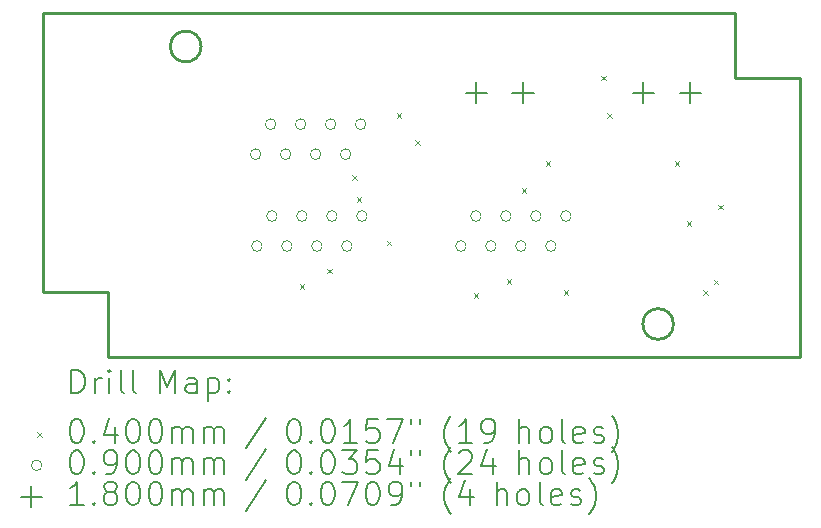
<source format=gbr>
%TF.GenerationSoftware,KiCad,Pcbnew,(7.0.0-0)*%
%TF.CreationDate,2023-02-23T13:53:00+03:00*%
%TF.ProjectId,KSS,4b53532e-6b69-4636-9164-5f7063625858,rev?*%
%TF.SameCoordinates,Original*%
%TF.FileFunction,Drillmap*%
%TF.FilePolarity,Positive*%
%FSLAX45Y45*%
G04 Gerber Fmt 4.5, Leading zero omitted, Abs format (unit mm)*
G04 Created by KiCad (PCBNEW (7.0.0-0)) date 2023-02-23 13:53:00*
%MOMM*%
%LPD*%
G01*
G04 APERTURE LIST*
%ADD10C,0.250000*%
%ADD11C,0.200000*%
%ADD12C,0.040000*%
%ADD13C,0.090000*%
%ADD14C,0.180000*%
G04 APERTURE END LIST*
D10*
X15726520Y-8155600D02*
X15176520Y-8155600D01*
X9316520Y-7605600D02*
X15176520Y-7605600D01*
X15176520Y-8155600D02*
X15176520Y-7605600D01*
X14651520Y-10235600D02*
G75*
G03*
X14651520Y-10235600I-130000J0D01*
G01*
X9866520Y-9965600D02*
X9866520Y-10515600D01*
X15726520Y-8155600D02*
X15726520Y-10515600D01*
X9316520Y-9965600D02*
X9316520Y-7605600D01*
X15726520Y-10515600D02*
X9866520Y-10515600D01*
X9316520Y-9965600D02*
X9866520Y-9965600D01*
X10651520Y-7885600D02*
G75*
G03*
X10651520Y-7885600I-130000J0D01*
G01*
D11*
D12*
X11486200Y-9898700D02*
X11526200Y-9938700D01*
X11526200Y-9898700D02*
X11486200Y-9938700D01*
X11720645Y-9765855D02*
X11760645Y-9805855D01*
X11760645Y-9765855D02*
X11720645Y-9805855D01*
X11931130Y-8972030D02*
X11971130Y-9012030D01*
X11971130Y-8972030D02*
X11931130Y-9012030D01*
X11968800Y-9162100D02*
X12008800Y-9202100D01*
X12008800Y-9162100D02*
X11968800Y-9202100D01*
X12222800Y-9530400D02*
X12262800Y-9570400D01*
X12262800Y-9530400D02*
X12222800Y-9570400D01*
X12307950Y-8450900D02*
X12347950Y-8490900D01*
X12347950Y-8450900D02*
X12307950Y-8490900D01*
X12464100Y-8679500D02*
X12504100Y-8719500D01*
X12504100Y-8679500D02*
X12464100Y-8719500D01*
X12959400Y-9974900D02*
X12999400Y-10014900D01*
X12999400Y-9974900D02*
X12959400Y-10014900D01*
X13238800Y-9856850D02*
X13278800Y-9896850D01*
X13278800Y-9856850D02*
X13238800Y-9896850D01*
X13365800Y-9085900D02*
X13405800Y-9125900D01*
X13405800Y-9085900D02*
X13365800Y-9125900D01*
X13569000Y-8857300D02*
X13609000Y-8897300D01*
X13609000Y-8857300D02*
X13569000Y-8897300D01*
X13721400Y-9949500D02*
X13761400Y-9989500D01*
X13761400Y-9949500D02*
X13721400Y-9989500D01*
X14038900Y-8133400D02*
X14078900Y-8173400D01*
X14078900Y-8133400D02*
X14038900Y-8173400D01*
X14089700Y-8450900D02*
X14129700Y-8490900D01*
X14129700Y-8450900D02*
X14089700Y-8490900D01*
X14661200Y-8857300D02*
X14701200Y-8897300D01*
X14701200Y-8857300D02*
X14661200Y-8897300D01*
X14762800Y-9365300D02*
X14802800Y-9405300D01*
X14802800Y-9365300D02*
X14762800Y-9405300D01*
X14902500Y-9949500D02*
X14942500Y-9989500D01*
X14942500Y-9949500D02*
X14902500Y-9989500D01*
X14991400Y-9860600D02*
X15031400Y-9900600D01*
X15031400Y-9860600D02*
X14991400Y-9900600D01*
X15029500Y-9225600D02*
X15069500Y-9265600D01*
X15069500Y-9225600D02*
X15029500Y-9265600D01*
D13*
X11158450Y-8797860D02*
G75*
G03*
X11158450Y-8797860I-45000J0D01*
G01*
X11169250Y-9575000D02*
G75*
G03*
X11169250Y-9575000I-45000J0D01*
G01*
X11285450Y-8543860D02*
G75*
G03*
X11285450Y-8543860I-45000J0D01*
G01*
X11296250Y-9321000D02*
G75*
G03*
X11296250Y-9321000I-45000J0D01*
G01*
X11412450Y-8797860D02*
G75*
G03*
X11412450Y-8797860I-45000J0D01*
G01*
X11423250Y-9575000D02*
G75*
G03*
X11423250Y-9575000I-45000J0D01*
G01*
X11539450Y-8543860D02*
G75*
G03*
X11539450Y-8543860I-45000J0D01*
G01*
X11550250Y-9321000D02*
G75*
G03*
X11550250Y-9321000I-45000J0D01*
G01*
X11666450Y-8797860D02*
G75*
G03*
X11666450Y-8797860I-45000J0D01*
G01*
X11677250Y-9575000D02*
G75*
G03*
X11677250Y-9575000I-45000J0D01*
G01*
X11793450Y-8543860D02*
G75*
G03*
X11793450Y-8543860I-45000J0D01*
G01*
X11804250Y-9321000D02*
G75*
G03*
X11804250Y-9321000I-45000J0D01*
G01*
X11920450Y-8797860D02*
G75*
G03*
X11920450Y-8797860I-45000J0D01*
G01*
X11931250Y-9575000D02*
G75*
G03*
X11931250Y-9575000I-45000J0D01*
G01*
X12047450Y-8543860D02*
G75*
G03*
X12047450Y-8543860I-45000J0D01*
G01*
X12058250Y-9321000D02*
G75*
G03*
X12058250Y-9321000I-45000J0D01*
G01*
X12896450Y-9575000D02*
G75*
G03*
X12896450Y-9575000I-45000J0D01*
G01*
X13023450Y-9321000D02*
G75*
G03*
X13023450Y-9321000I-45000J0D01*
G01*
X13150450Y-9575000D02*
G75*
G03*
X13150450Y-9575000I-45000J0D01*
G01*
X13277450Y-9321000D02*
G75*
G03*
X13277450Y-9321000I-45000J0D01*
G01*
X13404450Y-9575000D02*
G75*
G03*
X13404450Y-9575000I-45000J0D01*
G01*
X13531450Y-9321000D02*
G75*
G03*
X13531450Y-9321000I-45000J0D01*
G01*
X13658450Y-9575000D02*
G75*
G03*
X13658450Y-9575000I-45000J0D01*
G01*
X13785450Y-9321000D02*
G75*
G03*
X13785450Y-9321000I-45000J0D01*
G01*
D14*
X12982060Y-8187940D02*
X12982060Y-8367940D01*
X12892060Y-8277940D02*
X13072060Y-8277940D01*
X13378060Y-8187940D02*
X13378060Y-8367940D01*
X13288060Y-8277940D02*
X13468060Y-8277940D01*
X14396720Y-8185400D02*
X14396720Y-8365400D01*
X14306720Y-8275400D02*
X14486720Y-8275400D01*
X14792720Y-8185400D02*
X14792720Y-8365400D01*
X14702720Y-8275400D02*
X14882720Y-8275400D01*
D11*
X9551639Y-10821576D02*
X9551639Y-10621576D01*
X9551639Y-10621576D02*
X9599258Y-10621576D01*
X9599258Y-10621576D02*
X9627830Y-10631100D01*
X9627830Y-10631100D02*
X9646877Y-10650148D01*
X9646877Y-10650148D02*
X9656401Y-10669195D01*
X9656401Y-10669195D02*
X9665925Y-10707290D01*
X9665925Y-10707290D02*
X9665925Y-10735862D01*
X9665925Y-10735862D02*
X9656401Y-10773957D01*
X9656401Y-10773957D02*
X9646877Y-10793005D01*
X9646877Y-10793005D02*
X9627830Y-10812052D01*
X9627830Y-10812052D02*
X9599258Y-10821576D01*
X9599258Y-10821576D02*
X9551639Y-10821576D01*
X9751639Y-10821576D02*
X9751639Y-10688243D01*
X9751639Y-10726338D02*
X9761163Y-10707290D01*
X9761163Y-10707290D02*
X9770687Y-10697767D01*
X9770687Y-10697767D02*
X9789734Y-10688243D01*
X9789734Y-10688243D02*
X9808782Y-10688243D01*
X9875449Y-10821576D02*
X9875449Y-10688243D01*
X9875449Y-10621576D02*
X9865925Y-10631100D01*
X9865925Y-10631100D02*
X9875449Y-10640624D01*
X9875449Y-10640624D02*
X9884972Y-10631100D01*
X9884972Y-10631100D02*
X9875449Y-10621576D01*
X9875449Y-10621576D02*
X9875449Y-10640624D01*
X9999258Y-10821576D02*
X9980210Y-10812052D01*
X9980210Y-10812052D02*
X9970687Y-10793005D01*
X9970687Y-10793005D02*
X9970687Y-10621576D01*
X10104020Y-10821576D02*
X10084972Y-10812052D01*
X10084972Y-10812052D02*
X10075449Y-10793005D01*
X10075449Y-10793005D02*
X10075449Y-10621576D01*
X10300210Y-10821576D02*
X10300210Y-10621576D01*
X10300210Y-10621576D02*
X10366877Y-10764433D01*
X10366877Y-10764433D02*
X10433544Y-10621576D01*
X10433544Y-10621576D02*
X10433544Y-10821576D01*
X10614496Y-10821576D02*
X10614496Y-10716814D01*
X10614496Y-10716814D02*
X10604972Y-10697767D01*
X10604972Y-10697767D02*
X10585925Y-10688243D01*
X10585925Y-10688243D02*
X10547829Y-10688243D01*
X10547829Y-10688243D02*
X10528782Y-10697767D01*
X10614496Y-10812052D02*
X10595449Y-10821576D01*
X10595449Y-10821576D02*
X10547829Y-10821576D01*
X10547829Y-10821576D02*
X10528782Y-10812052D01*
X10528782Y-10812052D02*
X10519258Y-10793005D01*
X10519258Y-10793005D02*
X10519258Y-10773957D01*
X10519258Y-10773957D02*
X10528782Y-10754910D01*
X10528782Y-10754910D02*
X10547829Y-10745386D01*
X10547829Y-10745386D02*
X10595449Y-10745386D01*
X10595449Y-10745386D02*
X10614496Y-10735862D01*
X10709734Y-10688243D02*
X10709734Y-10888243D01*
X10709734Y-10697767D02*
X10728782Y-10688243D01*
X10728782Y-10688243D02*
X10766877Y-10688243D01*
X10766877Y-10688243D02*
X10785925Y-10697767D01*
X10785925Y-10697767D02*
X10795449Y-10707290D01*
X10795449Y-10707290D02*
X10804972Y-10726338D01*
X10804972Y-10726338D02*
X10804972Y-10783481D01*
X10804972Y-10783481D02*
X10795449Y-10802529D01*
X10795449Y-10802529D02*
X10785925Y-10812052D01*
X10785925Y-10812052D02*
X10766877Y-10821576D01*
X10766877Y-10821576D02*
X10728782Y-10821576D01*
X10728782Y-10821576D02*
X10709734Y-10812052D01*
X10890687Y-10802529D02*
X10900210Y-10812052D01*
X10900210Y-10812052D02*
X10890687Y-10821576D01*
X10890687Y-10821576D02*
X10881163Y-10812052D01*
X10881163Y-10812052D02*
X10890687Y-10802529D01*
X10890687Y-10802529D02*
X10890687Y-10821576D01*
X10890687Y-10697767D02*
X10900210Y-10707290D01*
X10900210Y-10707290D02*
X10890687Y-10716814D01*
X10890687Y-10716814D02*
X10881163Y-10707290D01*
X10881163Y-10707290D02*
X10890687Y-10697767D01*
X10890687Y-10697767D02*
X10890687Y-10716814D01*
D12*
X9264020Y-11148100D02*
X9304020Y-11188100D01*
X9304020Y-11148100D02*
X9264020Y-11188100D01*
D11*
X9589734Y-11041576D02*
X9608782Y-11041576D01*
X9608782Y-11041576D02*
X9627830Y-11051100D01*
X9627830Y-11051100D02*
X9637353Y-11060624D01*
X9637353Y-11060624D02*
X9646877Y-11079671D01*
X9646877Y-11079671D02*
X9656401Y-11117767D01*
X9656401Y-11117767D02*
X9656401Y-11165386D01*
X9656401Y-11165386D02*
X9646877Y-11203481D01*
X9646877Y-11203481D02*
X9637353Y-11222528D01*
X9637353Y-11222528D02*
X9627830Y-11232052D01*
X9627830Y-11232052D02*
X9608782Y-11241576D01*
X9608782Y-11241576D02*
X9589734Y-11241576D01*
X9589734Y-11241576D02*
X9570687Y-11232052D01*
X9570687Y-11232052D02*
X9561163Y-11222528D01*
X9561163Y-11222528D02*
X9551639Y-11203481D01*
X9551639Y-11203481D02*
X9542115Y-11165386D01*
X9542115Y-11165386D02*
X9542115Y-11117767D01*
X9542115Y-11117767D02*
X9551639Y-11079671D01*
X9551639Y-11079671D02*
X9561163Y-11060624D01*
X9561163Y-11060624D02*
X9570687Y-11051100D01*
X9570687Y-11051100D02*
X9589734Y-11041576D01*
X9742115Y-11222528D02*
X9751639Y-11232052D01*
X9751639Y-11232052D02*
X9742115Y-11241576D01*
X9742115Y-11241576D02*
X9732591Y-11232052D01*
X9732591Y-11232052D02*
X9742115Y-11222528D01*
X9742115Y-11222528D02*
X9742115Y-11241576D01*
X9923068Y-11108243D02*
X9923068Y-11241576D01*
X9875449Y-11032052D02*
X9827830Y-11174910D01*
X9827830Y-11174910D02*
X9951639Y-11174910D01*
X10065925Y-11041576D02*
X10084972Y-11041576D01*
X10084972Y-11041576D02*
X10104020Y-11051100D01*
X10104020Y-11051100D02*
X10113544Y-11060624D01*
X10113544Y-11060624D02*
X10123068Y-11079671D01*
X10123068Y-11079671D02*
X10132591Y-11117767D01*
X10132591Y-11117767D02*
X10132591Y-11165386D01*
X10132591Y-11165386D02*
X10123068Y-11203481D01*
X10123068Y-11203481D02*
X10113544Y-11222528D01*
X10113544Y-11222528D02*
X10104020Y-11232052D01*
X10104020Y-11232052D02*
X10084972Y-11241576D01*
X10084972Y-11241576D02*
X10065925Y-11241576D01*
X10065925Y-11241576D02*
X10046877Y-11232052D01*
X10046877Y-11232052D02*
X10037353Y-11222528D01*
X10037353Y-11222528D02*
X10027830Y-11203481D01*
X10027830Y-11203481D02*
X10018306Y-11165386D01*
X10018306Y-11165386D02*
X10018306Y-11117767D01*
X10018306Y-11117767D02*
X10027830Y-11079671D01*
X10027830Y-11079671D02*
X10037353Y-11060624D01*
X10037353Y-11060624D02*
X10046877Y-11051100D01*
X10046877Y-11051100D02*
X10065925Y-11041576D01*
X10256401Y-11041576D02*
X10275449Y-11041576D01*
X10275449Y-11041576D02*
X10294496Y-11051100D01*
X10294496Y-11051100D02*
X10304020Y-11060624D01*
X10304020Y-11060624D02*
X10313544Y-11079671D01*
X10313544Y-11079671D02*
X10323068Y-11117767D01*
X10323068Y-11117767D02*
X10323068Y-11165386D01*
X10323068Y-11165386D02*
X10313544Y-11203481D01*
X10313544Y-11203481D02*
X10304020Y-11222528D01*
X10304020Y-11222528D02*
X10294496Y-11232052D01*
X10294496Y-11232052D02*
X10275449Y-11241576D01*
X10275449Y-11241576D02*
X10256401Y-11241576D01*
X10256401Y-11241576D02*
X10237353Y-11232052D01*
X10237353Y-11232052D02*
X10227830Y-11222528D01*
X10227830Y-11222528D02*
X10218306Y-11203481D01*
X10218306Y-11203481D02*
X10208782Y-11165386D01*
X10208782Y-11165386D02*
X10208782Y-11117767D01*
X10208782Y-11117767D02*
X10218306Y-11079671D01*
X10218306Y-11079671D02*
X10227830Y-11060624D01*
X10227830Y-11060624D02*
X10237353Y-11051100D01*
X10237353Y-11051100D02*
X10256401Y-11041576D01*
X10408782Y-11241576D02*
X10408782Y-11108243D01*
X10408782Y-11127290D02*
X10418306Y-11117767D01*
X10418306Y-11117767D02*
X10437353Y-11108243D01*
X10437353Y-11108243D02*
X10465925Y-11108243D01*
X10465925Y-11108243D02*
X10484972Y-11117767D01*
X10484972Y-11117767D02*
X10494496Y-11136814D01*
X10494496Y-11136814D02*
X10494496Y-11241576D01*
X10494496Y-11136814D02*
X10504020Y-11117767D01*
X10504020Y-11117767D02*
X10523068Y-11108243D01*
X10523068Y-11108243D02*
X10551639Y-11108243D01*
X10551639Y-11108243D02*
X10570687Y-11117767D01*
X10570687Y-11117767D02*
X10580211Y-11136814D01*
X10580211Y-11136814D02*
X10580211Y-11241576D01*
X10675449Y-11241576D02*
X10675449Y-11108243D01*
X10675449Y-11127290D02*
X10684972Y-11117767D01*
X10684972Y-11117767D02*
X10704020Y-11108243D01*
X10704020Y-11108243D02*
X10732592Y-11108243D01*
X10732592Y-11108243D02*
X10751639Y-11117767D01*
X10751639Y-11117767D02*
X10761163Y-11136814D01*
X10761163Y-11136814D02*
X10761163Y-11241576D01*
X10761163Y-11136814D02*
X10770687Y-11117767D01*
X10770687Y-11117767D02*
X10789734Y-11108243D01*
X10789734Y-11108243D02*
X10818306Y-11108243D01*
X10818306Y-11108243D02*
X10837353Y-11117767D01*
X10837353Y-11117767D02*
X10846877Y-11136814D01*
X10846877Y-11136814D02*
X10846877Y-11241576D01*
X11204972Y-11032052D02*
X11033544Y-11289195D01*
X11429734Y-11041576D02*
X11448782Y-11041576D01*
X11448782Y-11041576D02*
X11467830Y-11051100D01*
X11467830Y-11051100D02*
X11477353Y-11060624D01*
X11477353Y-11060624D02*
X11486877Y-11079671D01*
X11486877Y-11079671D02*
X11496401Y-11117767D01*
X11496401Y-11117767D02*
X11496401Y-11165386D01*
X11496401Y-11165386D02*
X11486877Y-11203481D01*
X11486877Y-11203481D02*
X11477353Y-11222528D01*
X11477353Y-11222528D02*
X11467830Y-11232052D01*
X11467830Y-11232052D02*
X11448782Y-11241576D01*
X11448782Y-11241576D02*
X11429734Y-11241576D01*
X11429734Y-11241576D02*
X11410687Y-11232052D01*
X11410687Y-11232052D02*
X11401163Y-11222528D01*
X11401163Y-11222528D02*
X11391639Y-11203481D01*
X11391639Y-11203481D02*
X11382115Y-11165386D01*
X11382115Y-11165386D02*
X11382115Y-11117767D01*
X11382115Y-11117767D02*
X11391639Y-11079671D01*
X11391639Y-11079671D02*
X11401163Y-11060624D01*
X11401163Y-11060624D02*
X11410687Y-11051100D01*
X11410687Y-11051100D02*
X11429734Y-11041576D01*
X11582115Y-11222528D02*
X11591639Y-11232052D01*
X11591639Y-11232052D02*
X11582115Y-11241576D01*
X11582115Y-11241576D02*
X11572591Y-11232052D01*
X11572591Y-11232052D02*
X11582115Y-11222528D01*
X11582115Y-11222528D02*
X11582115Y-11241576D01*
X11715449Y-11041576D02*
X11734496Y-11041576D01*
X11734496Y-11041576D02*
X11753544Y-11051100D01*
X11753544Y-11051100D02*
X11763068Y-11060624D01*
X11763068Y-11060624D02*
X11772591Y-11079671D01*
X11772591Y-11079671D02*
X11782115Y-11117767D01*
X11782115Y-11117767D02*
X11782115Y-11165386D01*
X11782115Y-11165386D02*
X11772591Y-11203481D01*
X11772591Y-11203481D02*
X11763068Y-11222528D01*
X11763068Y-11222528D02*
X11753544Y-11232052D01*
X11753544Y-11232052D02*
X11734496Y-11241576D01*
X11734496Y-11241576D02*
X11715449Y-11241576D01*
X11715449Y-11241576D02*
X11696401Y-11232052D01*
X11696401Y-11232052D02*
X11686877Y-11222528D01*
X11686877Y-11222528D02*
X11677353Y-11203481D01*
X11677353Y-11203481D02*
X11667830Y-11165386D01*
X11667830Y-11165386D02*
X11667830Y-11117767D01*
X11667830Y-11117767D02*
X11677353Y-11079671D01*
X11677353Y-11079671D02*
X11686877Y-11060624D01*
X11686877Y-11060624D02*
X11696401Y-11051100D01*
X11696401Y-11051100D02*
X11715449Y-11041576D01*
X11972591Y-11241576D02*
X11858306Y-11241576D01*
X11915449Y-11241576D02*
X11915449Y-11041576D01*
X11915449Y-11041576D02*
X11896401Y-11070148D01*
X11896401Y-11070148D02*
X11877353Y-11089195D01*
X11877353Y-11089195D02*
X11858306Y-11098719D01*
X12153544Y-11041576D02*
X12058306Y-11041576D01*
X12058306Y-11041576D02*
X12048782Y-11136814D01*
X12048782Y-11136814D02*
X12058306Y-11127290D01*
X12058306Y-11127290D02*
X12077353Y-11117767D01*
X12077353Y-11117767D02*
X12124972Y-11117767D01*
X12124972Y-11117767D02*
X12144020Y-11127290D01*
X12144020Y-11127290D02*
X12153544Y-11136814D01*
X12153544Y-11136814D02*
X12163068Y-11155862D01*
X12163068Y-11155862D02*
X12163068Y-11203481D01*
X12163068Y-11203481D02*
X12153544Y-11222528D01*
X12153544Y-11222528D02*
X12144020Y-11232052D01*
X12144020Y-11232052D02*
X12124972Y-11241576D01*
X12124972Y-11241576D02*
X12077353Y-11241576D01*
X12077353Y-11241576D02*
X12058306Y-11232052D01*
X12058306Y-11232052D02*
X12048782Y-11222528D01*
X12229734Y-11041576D02*
X12363068Y-11041576D01*
X12363068Y-11041576D02*
X12277353Y-11241576D01*
X12429734Y-11041576D02*
X12429734Y-11079671D01*
X12505925Y-11041576D02*
X12505925Y-11079671D01*
X12768782Y-11317767D02*
X12759258Y-11308243D01*
X12759258Y-11308243D02*
X12740211Y-11279671D01*
X12740211Y-11279671D02*
X12730687Y-11260624D01*
X12730687Y-11260624D02*
X12721163Y-11232052D01*
X12721163Y-11232052D02*
X12711639Y-11184433D01*
X12711639Y-11184433D02*
X12711639Y-11146338D01*
X12711639Y-11146338D02*
X12721163Y-11098719D01*
X12721163Y-11098719D02*
X12730687Y-11070148D01*
X12730687Y-11070148D02*
X12740211Y-11051100D01*
X12740211Y-11051100D02*
X12759258Y-11022529D01*
X12759258Y-11022529D02*
X12768782Y-11013005D01*
X12949734Y-11241576D02*
X12835449Y-11241576D01*
X12892591Y-11241576D02*
X12892591Y-11041576D01*
X12892591Y-11041576D02*
X12873544Y-11070148D01*
X12873544Y-11070148D02*
X12854496Y-11089195D01*
X12854496Y-11089195D02*
X12835449Y-11098719D01*
X13044972Y-11241576D02*
X13083068Y-11241576D01*
X13083068Y-11241576D02*
X13102115Y-11232052D01*
X13102115Y-11232052D02*
X13111639Y-11222528D01*
X13111639Y-11222528D02*
X13130687Y-11193957D01*
X13130687Y-11193957D02*
X13140211Y-11155862D01*
X13140211Y-11155862D02*
X13140211Y-11079671D01*
X13140211Y-11079671D02*
X13130687Y-11060624D01*
X13130687Y-11060624D02*
X13121163Y-11051100D01*
X13121163Y-11051100D02*
X13102115Y-11041576D01*
X13102115Y-11041576D02*
X13064020Y-11041576D01*
X13064020Y-11041576D02*
X13044972Y-11051100D01*
X13044972Y-11051100D02*
X13035449Y-11060624D01*
X13035449Y-11060624D02*
X13025925Y-11079671D01*
X13025925Y-11079671D02*
X13025925Y-11127290D01*
X13025925Y-11127290D02*
X13035449Y-11146338D01*
X13035449Y-11146338D02*
X13044972Y-11155862D01*
X13044972Y-11155862D02*
X13064020Y-11165386D01*
X13064020Y-11165386D02*
X13102115Y-11165386D01*
X13102115Y-11165386D02*
X13121163Y-11155862D01*
X13121163Y-11155862D02*
X13130687Y-11146338D01*
X13130687Y-11146338D02*
X13140211Y-11127290D01*
X13345925Y-11241576D02*
X13345925Y-11041576D01*
X13431639Y-11241576D02*
X13431639Y-11136814D01*
X13431639Y-11136814D02*
X13422115Y-11117767D01*
X13422115Y-11117767D02*
X13403068Y-11108243D01*
X13403068Y-11108243D02*
X13374496Y-11108243D01*
X13374496Y-11108243D02*
X13355449Y-11117767D01*
X13355449Y-11117767D02*
X13345925Y-11127290D01*
X13555449Y-11241576D02*
X13536401Y-11232052D01*
X13536401Y-11232052D02*
X13526877Y-11222528D01*
X13526877Y-11222528D02*
X13517353Y-11203481D01*
X13517353Y-11203481D02*
X13517353Y-11146338D01*
X13517353Y-11146338D02*
X13526877Y-11127290D01*
X13526877Y-11127290D02*
X13536401Y-11117767D01*
X13536401Y-11117767D02*
X13555449Y-11108243D01*
X13555449Y-11108243D02*
X13584020Y-11108243D01*
X13584020Y-11108243D02*
X13603068Y-11117767D01*
X13603068Y-11117767D02*
X13612592Y-11127290D01*
X13612592Y-11127290D02*
X13622115Y-11146338D01*
X13622115Y-11146338D02*
X13622115Y-11203481D01*
X13622115Y-11203481D02*
X13612592Y-11222528D01*
X13612592Y-11222528D02*
X13603068Y-11232052D01*
X13603068Y-11232052D02*
X13584020Y-11241576D01*
X13584020Y-11241576D02*
X13555449Y-11241576D01*
X13736401Y-11241576D02*
X13717353Y-11232052D01*
X13717353Y-11232052D02*
X13707830Y-11213005D01*
X13707830Y-11213005D02*
X13707830Y-11041576D01*
X13888782Y-11232052D02*
X13869734Y-11241576D01*
X13869734Y-11241576D02*
X13831639Y-11241576D01*
X13831639Y-11241576D02*
X13812592Y-11232052D01*
X13812592Y-11232052D02*
X13803068Y-11213005D01*
X13803068Y-11213005D02*
X13803068Y-11136814D01*
X13803068Y-11136814D02*
X13812592Y-11117767D01*
X13812592Y-11117767D02*
X13831639Y-11108243D01*
X13831639Y-11108243D02*
X13869734Y-11108243D01*
X13869734Y-11108243D02*
X13888782Y-11117767D01*
X13888782Y-11117767D02*
X13898306Y-11136814D01*
X13898306Y-11136814D02*
X13898306Y-11155862D01*
X13898306Y-11155862D02*
X13803068Y-11174910D01*
X13974496Y-11232052D02*
X13993544Y-11241576D01*
X13993544Y-11241576D02*
X14031639Y-11241576D01*
X14031639Y-11241576D02*
X14050687Y-11232052D01*
X14050687Y-11232052D02*
X14060211Y-11213005D01*
X14060211Y-11213005D02*
X14060211Y-11203481D01*
X14060211Y-11203481D02*
X14050687Y-11184433D01*
X14050687Y-11184433D02*
X14031639Y-11174910D01*
X14031639Y-11174910D02*
X14003068Y-11174910D01*
X14003068Y-11174910D02*
X13984020Y-11165386D01*
X13984020Y-11165386D02*
X13974496Y-11146338D01*
X13974496Y-11146338D02*
X13974496Y-11136814D01*
X13974496Y-11136814D02*
X13984020Y-11117767D01*
X13984020Y-11117767D02*
X14003068Y-11108243D01*
X14003068Y-11108243D02*
X14031639Y-11108243D01*
X14031639Y-11108243D02*
X14050687Y-11117767D01*
X14126877Y-11317767D02*
X14136401Y-11308243D01*
X14136401Y-11308243D02*
X14155449Y-11279671D01*
X14155449Y-11279671D02*
X14164973Y-11260624D01*
X14164973Y-11260624D02*
X14174496Y-11232052D01*
X14174496Y-11232052D02*
X14184020Y-11184433D01*
X14184020Y-11184433D02*
X14184020Y-11146338D01*
X14184020Y-11146338D02*
X14174496Y-11098719D01*
X14174496Y-11098719D02*
X14164973Y-11070148D01*
X14164973Y-11070148D02*
X14155449Y-11051100D01*
X14155449Y-11051100D02*
X14136401Y-11022529D01*
X14136401Y-11022529D02*
X14126877Y-11013005D01*
D13*
X9304020Y-11432100D02*
G75*
G03*
X9304020Y-11432100I-45000J0D01*
G01*
D11*
X9589734Y-11305576D02*
X9608782Y-11305576D01*
X9608782Y-11305576D02*
X9627830Y-11315100D01*
X9627830Y-11315100D02*
X9637353Y-11324624D01*
X9637353Y-11324624D02*
X9646877Y-11343671D01*
X9646877Y-11343671D02*
X9656401Y-11381767D01*
X9656401Y-11381767D02*
X9656401Y-11429386D01*
X9656401Y-11429386D02*
X9646877Y-11467481D01*
X9646877Y-11467481D02*
X9637353Y-11486528D01*
X9637353Y-11486528D02*
X9627830Y-11496052D01*
X9627830Y-11496052D02*
X9608782Y-11505576D01*
X9608782Y-11505576D02*
X9589734Y-11505576D01*
X9589734Y-11505576D02*
X9570687Y-11496052D01*
X9570687Y-11496052D02*
X9561163Y-11486528D01*
X9561163Y-11486528D02*
X9551639Y-11467481D01*
X9551639Y-11467481D02*
X9542115Y-11429386D01*
X9542115Y-11429386D02*
X9542115Y-11381767D01*
X9542115Y-11381767D02*
X9551639Y-11343671D01*
X9551639Y-11343671D02*
X9561163Y-11324624D01*
X9561163Y-11324624D02*
X9570687Y-11315100D01*
X9570687Y-11315100D02*
X9589734Y-11305576D01*
X9742115Y-11486528D02*
X9751639Y-11496052D01*
X9751639Y-11496052D02*
X9742115Y-11505576D01*
X9742115Y-11505576D02*
X9732591Y-11496052D01*
X9732591Y-11496052D02*
X9742115Y-11486528D01*
X9742115Y-11486528D02*
X9742115Y-11505576D01*
X9846877Y-11505576D02*
X9884972Y-11505576D01*
X9884972Y-11505576D02*
X9904020Y-11496052D01*
X9904020Y-11496052D02*
X9913544Y-11486528D01*
X9913544Y-11486528D02*
X9932591Y-11457957D01*
X9932591Y-11457957D02*
X9942115Y-11419862D01*
X9942115Y-11419862D02*
X9942115Y-11343671D01*
X9942115Y-11343671D02*
X9932591Y-11324624D01*
X9932591Y-11324624D02*
X9923068Y-11315100D01*
X9923068Y-11315100D02*
X9904020Y-11305576D01*
X9904020Y-11305576D02*
X9865925Y-11305576D01*
X9865925Y-11305576D02*
X9846877Y-11315100D01*
X9846877Y-11315100D02*
X9837353Y-11324624D01*
X9837353Y-11324624D02*
X9827830Y-11343671D01*
X9827830Y-11343671D02*
X9827830Y-11391290D01*
X9827830Y-11391290D02*
X9837353Y-11410338D01*
X9837353Y-11410338D02*
X9846877Y-11419862D01*
X9846877Y-11419862D02*
X9865925Y-11429386D01*
X9865925Y-11429386D02*
X9904020Y-11429386D01*
X9904020Y-11429386D02*
X9923068Y-11419862D01*
X9923068Y-11419862D02*
X9932591Y-11410338D01*
X9932591Y-11410338D02*
X9942115Y-11391290D01*
X10065925Y-11305576D02*
X10084972Y-11305576D01*
X10084972Y-11305576D02*
X10104020Y-11315100D01*
X10104020Y-11315100D02*
X10113544Y-11324624D01*
X10113544Y-11324624D02*
X10123068Y-11343671D01*
X10123068Y-11343671D02*
X10132591Y-11381767D01*
X10132591Y-11381767D02*
X10132591Y-11429386D01*
X10132591Y-11429386D02*
X10123068Y-11467481D01*
X10123068Y-11467481D02*
X10113544Y-11486528D01*
X10113544Y-11486528D02*
X10104020Y-11496052D01*
X10104020Y-11496052D02*
X10084972Y-11505576D01*
X10084972Y-11505576D02*
X10065925Y-11505576D01*
X10065925Y-11505576D02*
X10046877Y-11496052D01*
X10046877Y-11496052D02*
X10037353Y-11486528D01*
X10037353Y-11486528D02*
X10027830Y-11467481D01*
X10027830Y-11467481D02*
X10018306Y-11429386D01*
X10018306Y-11429386D02*
X10018306Y-11381767D01*
X10018306Y-11381767D02*
X10027830Y-11343671D01*
X10027830Y-11343671D02*
X10037353Y-11324624D01*
X10037353Y-11324624D02*
X10046877Y-11315100D01*
X10046877Y-11315100D02*
X10065925Y-11305576D01*
X10256401Y-11305576D02*
X10275449Y-11305576D01*
X10275449Y-11305576D02*
X10294496Y-11315100D01*
X10294496Y-11315100D02*
X10304020Y-11324624D01*
X10304020Y-11324624D02*
X10313544Y-11343671D01*
X10313544Y-11343671D02*
X10323068Y-11381767D01*
X10323068Y-11381767D02*
X10323068Y-11429386D01*
X10323068Y-11429386D02*
X10313544Y-11467481D01*
X10313544Y-11467481D02*
X10304020Y-11486528D01*
X10304020Y-11486528D02*
X10294496Y-11496052D01*
X10294496Y-11496052D02*
X10275449Y-11505576D01*
X10275449Y-11505576D02*
X10256401Y-11505576D01*
X10256401Y-11505576D02*
X10237353Y-11496052D01*
X10237353Y-11496052D02*
X10227830Y-11486528D01*
X10227830Y-11486528D02*
X10218306Y-11467481D01*
X10218306Y-11467481D02*
X10208782Y-11429386D01*
X10208782Y-11429386D02*
X10208782Y-11381767D01*
X10208782Y-11381767D02*
X10218306Y-11343671D01*
X10218306Y-11343671D02*
X10227830Y-11324624D01*
X10227830Y-11324624D02*
X10237353Y-11315100D01*
X10237353Y-11315100D02*
X10256401Y-11305576D01*
X10408782Y-11505576D02*
X10408782Y-11372243D01*
X10408782Y-11391290D02*
X10418306Y-11381767D01*
X10418306Y-11381767D02*
X10437353Y-11372243D01*
X10437353Y-11372243D02*
X10465925Y-11372243D01*
X10465925Y-11372243D02*
X10484972Y-11381767D01*
X10484972Y-11381767D02*
X10494496Y-11400814D01*
X10494496Y-11400814D02*
X10494496Y-11505576D01*
X10494496Y-11400814D02*
X10504020Y-11381767D01*
X10504020Y-11381767D02*
X10523068Y-11372243D01*
X10523068Y-11372243D02*
X10551639Y-11372243D01*
X10551639Y-11372243D02*
X10570687Y-11381767D01*
X10570687Y-11381767D02*
X10580211Y-11400814D01*
X10580211Y-11400814D02*
X10580211Y-11505576D01*
X10675449Y-11505576D02*
X10675449Y-11372243D01*
X10675449Y-11391290D02*
X10684972Y-11381767D01*
X10684972Y-11381767D02*
X10704020Y-11372243D01*
X10704020Y-11372243D02*
X10732592Y-11372243D01*
X10732592Y-11372243D02*
X10751639Y-11381767D01*
X10751639Y-11381767D02*
X10761163Y-11400814D01*
X10761163Y-11400814D02*
X10761163Y-11505576D01*
X10761163Y-11400814D02*
X10770687Y-11381767D01*
X10770687Y-11381767D02*
X10789734Y-11372243D01*
X10789734Y-11372243D02*
X10818306Y-11372243D01*
X10818306Y-11372243D02*
X10837353Y-11381767D01*
X10837353Y-11381767D02*
X10846877Y-11400814D01*
X10846877Y-11400814D02*
X10846877Y-11505576D01*
X11204972Y-11296052D02*
X11033544Y-11553195D01*
X11429734Y-11305576D02*
X11448782Y-11305576D01*
X11448782Y-11305576D02*
X11467830Y-11315100D01*
X11467830Y-11315100D02*
X11477353Y-11324624D01*
X11477353Y-11324624D02*
X11486877Y-11343671D01*
X11486877Y-11343671D02*
X11496401Y-11381767D01*
X11496401Y-11381767D02*
X11496401Y-11429386D01*
X11496401Y-11429386D02*
X11486877Y-11467481D01*
X11486877Y-11467481D02*
X11477353Y-11486528D01*
X11477353Y-11486528D02*
X11467830Y-11496052D01*
X11467830Y-11496052D02*
X11448782Y-11505576D01*
X11448782Y-11505576D02*
X11429734Y-11505576D01*
X11429734Y-11505576D02*
X11410687Y-11496052D01*
X11410687Y-11496052D02*
X11401163Y-11486528D01*
X11401163Y-11486528D02*
X11391639Y-11467481D01*
X11391639Y-11467481D02*
X11382115Y-11429386D01*
X11382115Y-11429386D02*
X11382115Y-11381767D01*
X11382115Y-11381767D02*
X11391639Y-11343671D01*
X11391639Y-11343671D02*
X11401163Y-11324624D01*
X11401163Y-11324624D02*
X11410687Y-11315100D01*
X11410687Y-11315100D02*
X11429734Y-11305576D01*
X11582115Y-11486528D02*
X11591639Y-11496052D01*
X11591639Y-11496052D02*
X11582115Y-11505576D01*
X11582115Y-11505576D02*
X11572591Y-11496052D01*
X11572591Y-11496052D02*
X11582115Y-11486528D01*
X11582115Y-11486528D02*
X11582115Y-11505576D01*
X11715449Y-11305576D02*
X11734496Y-11305576D01*
X11734496Y-11305576D02*
X11753544Y-11315100D01*
X11753544Y-11315100D02*
X11763068Y-11324624D01*
X11763068Y-11324624D02*
X11772591Y-11343671D01*
X11772591Y-11343671D02*
X11782115Y-11381767D01*
X11782115Y-11381767D02*
X11782115Y-11429386D01*
X11782115Y-11429386D02*
X11772591Y-11467481D01*
X11772591Y-11467481D02*
X11763068Y-11486528D01*
X11763068Y-11486528D02*
X11753544Y-11496052D01*
X11753544Y-11496052D02*
X11734496Y-11505576D01*
X11734496Y-11505576D02*
X11715449Y-11505576D01*
X11715449Y-11505576D02*
X11696401Y-11496052D01*
X11696401Y-11496052D02*
X11686877Y-11486528D01*
X11686877Y-11486528D02*
X11677353Y-11467481D01*
X11677353Y-11467481D02*
X11667830Y-11429386D01*
X11667830Y-11429386D02*
X11667830Y-11381767D01*
X11667830Y-11381767D02*
X11677353Y-11343671D01*
X11677353Y-11343671D02*
X11686877Y-11324624D01*
X11686877Y-11324624D02*
X11696401Y-11315100D01*
X11696401Y-11315100D02*
X11715449Y-11305576D01*
X11848782Y-11305576D02*
X11972591Y-11305576D01*
X11972591Y-11305576D02*
X11905925Y-11381767D01*
X11905925Y-11381767D02*
X11934496Y-11381767D01*
X11934496Y-11381767D02*
X11953544Y-11391290D01*
X11953544Y-11391290D02*
X11963068Y-11400814D01*
X11963068Y-11400814D02*
X11972591Y-11419862D01*
X11972591Y-11419862D02*
X11972591Y-11467481D01*
X11972591Y-11467481D02*
X11963068Y-11486528D01*
X11963068Y-11486528D02*
X11953544Y-11496052D01*
X11953544Y-11496052D02*
X11934496Y-11505576D01*
X11934496Y-11505576D02*
X11877353Y-11505576D01*
X11877353Y-11505576D02*
X11858306Y-11496052D01*
X11858306Y-11496052D02*
X11848782Y-11486528D01*
X12153544Y-11305576D02*
X12058306Y-11305576D01*
X12058306Y-11305576D02*
X12048782Y-11400814D01*
X12048782Y-11400814D02*
X12058306Y-11391290D01*
X12058306Y-11391290D02*
X12077353Y-11381767D01*
X12077353Y-11381767D02*
X12124972Y-11381767D01*
X12124972Y-11381767D02*
X12144020Y-11391290D01*
X12144020Y-11391290D02*
X12153544Y-11400814D01*
X12153544Y-11400814D02*
X12163068Y-11419862D01*
X12163068Y-11419862D02*
X12163068Y-11467481D01*
X12163068Y-11467481D02*
X12153544Y-11486528D01*
X12153544Y-11486528D02*
X12144020Y-11496052D01*
X12144020Y-11496052D02*
X12124972Y-11505576D01*
X12124972Y-11505576D02*
X12077353Y-11505576D01*
X12077353Y-11505576D02*
X12058306Y-11496052D01*
X12058306Y-11496052D02*
X12048782Y-11486528D01*
X12334496Y-11372243D02*
X12334496Y-11505576D01*
X12286877Y-11296052D02*
X12239258Y-11438909D01*
X12239258Y-11438909D02*
X12363068Y-11438909D01*
X12429734Y-11305576D02*
X12429734Y-11343671D01*
X12505925Y-11305576D02*
X12505925Y-11343671D01*
X12768782Y-11581767D02*
X12759258Y-11572243D01*
X12759258Y-11572243D02*
X12740211Y-11543671D01*
X12740211Y-11543671D02*
X12730687Y-11524624D01*
X12730687Y-11524624D02*
X12721163Y-11496052D01*
X12721163Y-11496052D02*
X12711639Y-11448433D01*
X12711639Y-11448433D02*
X12711639Y-11410338D01*
X12711639Y-11410338D02*
X12721163Y-11362719D01*
X12721163Y-11362719D02*
X12730687Y-11334148D01*
X12730687Y-11334148D02*
X12740211Y-11315100D01*
X12740211Y-11315100D02*
X12759258Y-11286528D01*
X12759258Y-11286528D02*
X12768782Y-11277005D01*
X12835449Y-11324624D02*
X12844972Y-11315100D01*
X12844972Y-11315100D02*
X12864020Y-11305576D01*
X12864020Y-11305576D02*
X12911639Y-11305576D01*
X12911639Y-11305576D02*
X12930687Y-11315100D01*
X12930687Y-11315100D02*
X12940211Y-11324624D01*
X12940211Y-11324624D02*
X12949734Y-11343671D01*
X12949734Y-11343671D02*
X12949734Y-11362719D01*
X12949734Y-11362719D02*
X12940211Y-11391290D01*
X12940211Y-11391290D02*
X12825925Y-11505576D01*
X12825925Y-11505576D02*
X12949734Y-11505576D01*
X13121163Y-11372243D02*
X13121163Y-11505576D01*
X13073544Y-11296052D02*
X13025925Y-11438909D01*
X13025925Y-11438909D02*
X13149734Y-11438909D01*
X13345925Y-11505576D02*
X13345925Y-11305576D01*
X13431639Y-11505576D02*
X13431639Y-11400814D01*
X13431639Y-11400814D02*
X13422115Y-11381767D01*
X13422115Y-11381767D02*
X13403068Y-11372243D01*
X13403068Y-11372243D02*
X13374496Y-11372243D01*
X13374496Y-11372243D02*
X13355449Y-11381767D01*
X13355449Y-11381767D02*
X13345925Y-11391290D01*
X13555449Y-11505576D02*
X13536401Y-11496052D01*
X13536401Y-11496052D02*
X13526877Y-11486528D01*
X13526877Y-11486528D02*
X13517353Y-11467481D01*
X13517353Y-11467481D02*
X13517353Y-11410338D01*
X13517353Y-11410338D02*
X13526877Y-11391290D01*
X13526877Y-11391290D02*
X13536401Y-11381767D01*
X13536401Y-11381767D02*
X13555449Y-11372243D01*
X13555449Y-11372243D02*
X13584020Y-11372243D01*
X13584020Y-11372243D02*
X13603068Y-11381767D01*
X13603068Y-11381767D02*
X13612592Y-11391290D01*
X13612592Y-11391290D02*
X13622115Y-11410338D01*
X13622115Y-11410338D02*
X13622115Y-11467481D01*
X13622115Y-11467481D02*
X13612592Y-11486528D01*
X13612592Y-11486528D02*
X13603068Y-11496052D01*
X13603068Y-11496052D02*
X13584020Y-11505576D01*
X13584020Y-11505576D02*
X13555449Y-11505576D01*
X13736401Y-11505576D02*
X13717353Y-11496052D01*
X13717353Y-11496052D02*
X13707830Y-11477005D01*
X13707830Y-11477005D02*
X13707830Y-11305576D01*
X13888782Y-11496052D02*
X13869734Y-11505576D01*
X13869734Y-11505576D02*
X13831639Y-11505576D01*
X13831639Y-11505576D02*
X13812592Y-11496052D01*
X13812592Y-11496052D02*
X13803068Y-11477005D01*
X13803068Y-11477005D02*
X13803068Y-11400814D01*
X13803068Y-11400814D02*
X13812592Y-11381767D01*
X13812592Y-11381767D02*
X13831639Y-11372243D01*
X13831639Y-11372243D02*
X13869734Y-11372243D01*
X13869734Y-11372243D02*
X13888782Y-11381767D01*
X13888782Y-11381767D02*
X13898306Y-11400814D01*
X13898306Y-11400814D02*
X13898306Y-11419862D01*
X13898306Y-11419862D02*
X13803068Y-11438909D01*
X13974496Y-11496052D02*
X13993544Y-11505576D01*
X13993544Y-11505576D02*
X14031639Y-11505576D01*
X14031639Y-11505576D02*
X14050687Y-11496052D01*
X14050687Y-11496052D02*
X14060211Y-11477005D01*
X14060211Y-11477005D02*
X14060211Y-11467481D01*
X14060211Y-11467481D02*
X14050687Y-11448433D01*
X14050687Y-11448433D02*
X14031639Y-11438909D01*
X14031639Y-11438909D02*
X14003068Y-11438909D01*
X14003068Y-11438909D02*
X13984020Y-11429386D01*
X13984020Y-11429386D02*
X13974496Y-11410338D01*
X13974496Y-11410338D02*
X13974496Y-11400814D01*
X13974496Y-11400814D02*
X13984020Y-11381767D01*
X13984020Y-11381767D02*
X14003068Y-11372243D01*
X14003068Y-11372243D02*
X14031639Y-11372243D01*
X14031639Y-11372243D02*
X14050687Y-11381767D01*
X14126877Y-11581767D02*
X14136401Y-11572243D01*
X14136401Y-11572243D02*
X14155449Y-11543671D01*
X14155449Y-11543671D02*
X14164973Y-11524624D01*
X14164973Y-11524624D02*
X14174496Y-11496052D01*
X14174496Y-11496052D02*
X14184020Y-11448433D01*
X14184020Y-11448433D02*
X14184020Y-11410338D01*
X14184020Y-11410338D02*
X14174496Y-11362719D01*
X14174496Y-11362719D02*
X14164973Y-11334148D01*
X14164973Y-11334148D02*
X14155449Y-11315100D01*
X14155449Y-11315100D02*
X14136401Y-11286528D01*
X14136401Y-11286528D02*
X14126877Y-11277005D01*
D14*
X9214020Y-11606100D02*
X9214020Y-11786100D01*
X9124020Y-11696100D02*
X9304020Y-11696100D01*
D11*
X9656401Y-11769576D02*
X9542115Y-11769576D01*
X9599258Y-11769576D02*
X9599258Y-11569576D01*
X9599258Y-11569576D02*
X9580210Y-11598148D01*
X9580210Y-11598148D02*
X9561163Y-11617195D01*
X9561163Y-11617195D02*
X9542115Y-11626719D01*
X9742115Y-11750528D02*
X9751639Y-11760052D01*
X9751639Y-11760052D02*
X9742115Y-11769576D01*
X9742115Y-11769576D02*
X9732591Y-11760052D01*
X9732591Y-11760052D02*
X9742115Y-11750528D01*
X9742115Y-11750528D02*
X9742115Y-11769576D01*
X9865925Y-11655290D02*
X9846877Y-11645767D01*
X9846877Y-11645767D02*
X9837353Y-11636243D01*
X9837353Y-11636243D02*
X9827830Y-11617195D01*
X9827830Y-11617195D02*
X9827830Y-11607671D01*
X9827830Y-11607671D02*
X9837353Y-11588624D01*
X9837353Y-11588624D02*
X9846877Y-11579100D01*
X9846877Y-11579100D02*
X9865925Y-11569576D01*
X9865925Y-11569576D02*
X9904020Y-11569576D01*
X9904020Y-11569576D02*
X9923068Y-11579100D01*
X9923068Y-11579100D02*
X9932591Y-11588624D01*
X9932591Y-11588624D02*
X9942115Y-11607671D01*
X9942115Y-11607671D02*
X9942115Y-11617195D01*
X9942115Y-11617195D02*
X9932591Y-11636243D01*
X9932591Y-11636243D02*
X9923068Y-11645767D01*
X9923068Y-11645767D02*
X9904020Y-11655290D01*
X9904020Y-11655290D02*
X9865925Y-11655290D01*
X9865925Y-11655290D02*
X9846877Y-11664814D01*
X9846877Y-11664814D02*
X9837353Y-11674338D01*
X9837353Y-11674338D02*
X9827830Y-11693386D01*
X9827830Y-11693386D02*
X9827830Y-11731481D01*
X9827830Y-11731481D02*
X9837353Y-11750528D01*
X9837353Y-11750528D02*
X9846877Y-11760052D01*
X9846877Y-11760052D02*
X9865925Y-11769576D01*
X9865925Y-11769576D02*
X9904020Y-11769576D01*
X9904020Y-11769576D02*
X9923068Y-11760052D01*
X9923068Y-11760052D02*
X9932591Y-11750528D01*
X9932591Y-11750528D02*
X9942115Y-11731481D01*
X9942115Y-11731481D02*
X9942115Y-11693386D01*
X9942115Y-11693386D02*
X9932591Y-11674338D01*
X9932591Y-11674338D02*
X9923068Y-11664814D01*
X9923068Y-11664814D02*
X9904020Y-11655290D01*
X10065925Y-11569576D02*
X10084972Y-11569576D01*
X10084972Y-11569576D02*
X10104020Y-11579100D01*
X10104020Y-11579100D02*
X10113544Y-11588624D01*
X10113544Y-11588624D02*
X10123068Y-11607671D01*
X10123068Y-11607671D02*
X10132591Y-11645767D01*
X10132591Y-11645767D02*
X10132591Y-11693386D01*
X10132591Y-11693386D02*
X10123068Y-11731481D01*
X10123068Y-11731481D02*
X10113544Y-11750528D01*
X10113544Y-11750528D02*
X10104020Y-11760052D01*
X10104020Y-11760052D02*
X10084972Y-11769576D01*
X10084972Y-11769576D02*
X10065925Y-11769576D01*
X10065925Y-11769576D02*
X10046877Y-11760052D01*
X10046877Y-11760052D02*
X10037353Y-11750528D01*
X10037353Y-11750528D02*
X10027830Y-11731481D01*
X10027830Y-11731481D02*
X10018306Y-11693386D01*
X10018306Y-11693386D02*
X10018306Y-11645767D01*
X10018306Y-11645767D02*
X10027830Y-11607671D01*
X10027830Y-11607671D02*
X10037353Y-11588624D01*
X10037353Y-11588624D02*
X10046877Y-11579100D01*
X10046877Y-11579100D02*
X10065925Y-11569576D01*
X10256401Y-11569576D02*
X10275449Y-11569576D01*
X10275449Y-11569576D02*
X10294496Y-11579100D01*
X10294496Y-11579100D02*
X10304020Y-11588624D01*
X10304020Y-11588624D02*
X10313544Y-11607671D01*
X10313544Y-11607671D02*
X10323068Y-11645767D01*
X10323068Y-11645767D02*
X10323068Y-11693386D01*
X10323068Y-11693386D02*
X10313544Y-11731481D01*
X10313544Y-11731481D02*
X10304020Y-11750528D01*
X10304020Y-11750528D02*
X10294496Y-11760052D01*
X10294496Y-11760052D02*
X10275449Y-11769576D01*
X10275449Y-11769576D02*
X10256401Y-11769576D01*
X10256401Y-11769576D02*
X10237353Y-11760052D01*
X10237353Y-11760052D02*
X10227830Y-11750528D01*
X10227830Y-11750528D02*
X10218306Y-11731481D01*
X10218306Y-11731481D02*
X10208782Y-11693386D01*
X10208782Y-11693386D02*
X10208782Y-11645767D01*
X10208782Y-11645767D02*
X10218306Y-11607671D01*
X10218306Y-11607671D02*
X10227830Y-11588624D01*
X10227830Y-11588624D02*
X10237353Y-11579100D01*
X10237353Y-11579100D02*
X10256401Y-11569576D01*
X10408782Y-11769576D02*
X10408782Y-11636243D01*
X10408782Y-11655290D02*
X10418306Y-11645767D01*
X10418306Y-11645767D02*
X10437353Y-11636243D01*
X10437353Y-11636243D02*
X10465925Y-11636243D01*
X10465925Y-11636243D02*
X10484972Y-11645767D01*
X10484972Y-11645767D02*
X10494496Y-11664814D01*
X10494496Y-11664814D02*
X10494496Y-11769576D01*
X10494496Y-11664814D02*
X10504020Y-11645767D01*
X10504020Y-11645767D02*
X10523068Y-11636243D01*
X10523068Y-11636243D02*
X10551639Y-11636243D01*
X10551639Y-11636243D02*
X10570687Y-11645767D01*
X10570687Y-11645767D02*
X10580211Y-11664814D01*
X10580211Y-11664814D02*
X10580211Y-11769576D01*
X10675449Y-11769576D02*
X10675449Y-11636243D01*
X10675449Y-11655290D02*
X10684972Y-11645767D01*
X10684972Y-11645767D02*
X10704020Y-11636243D01*
X10704020Y-11636243D02*
X10732592Y-11636243D01*
X10732592Y-11636243D02*
X10751639Y-11645767D01*
X10751639Y-11645767D02*
X10761163Y-11664814D01*
X10761163Y-11664814D02*
X10761163Y-11769576D01*
X10761163Y-11664814D02*
X10770687Y-11645767D01*
X10770687Y-11645767D02*
X10789734Y-11636243D01*
X10789734Y-11636243D02*
X10818306Y-11636243D01*
X10818306Y-11636243D02*
X10837353Y-11645767D01*
X10837353Y-11645767D02*
X10846877Y-11664814D01*
X10846877Y-11664814D02*
X10846877Y-11769576D01*
X11204972Y-11560052D02*
X11033544Y-11817195D01*
X11429734Y-11569576D02*
X11448782Y-11569576D01*
X11448782Y-11569576D02*
X11467830Y-11579100D01*
X11467830Y-11579100D02*
X11477353Y-11588624D01*
X11477353Y-11588624D02*
X11486877Y-11607671D01*
X11486877Y-11607671D02*
X11496401Y-11645767D01*
X11496401Y-11645767D02*
X11496401Y-11693386D01*
X11496401Y-11693386D02*
X11486877Y-11731481D01*
X11486877Y-11731481D02*
X11477353Y-11750528D01*
X11477353Y-11750528D02*
X11467830Y-11760052D01*
X11467830Y-11760052D02*
X11448782Y-11769576D01*
X11448782Y-11769576D02*
X11429734Y-11769576D01*
X11429734Y-11769576D02*
X11410687Y-11760052D01*
X11410687Y-11760052D02*
X11401163Y-11750528D01*
X11401163Y-11750528D02*
X11391639Y-11731481D01*
X11391639Y-11731481D02*
X11382115Y-11693386D01*
X11382115Y-11693386D02*
X11382115Y-11645767D01*
X11382115Y-11645767D02*
X11391639Y-11607671D01*
X11391639Y-11607671D02*
X11401163Y-11588624D01*
X11401163Y-11588624D02*
X11410687Y-11579100D01*
X11410687Y-11579100D02*
X11429734Y-11569576D01*
X11582115Y-11750528D02*
X11591639Y-11760052D01*
X11591639Y-11760052D02*
X11582115Y-11769576D01*
X11582115Y-11769576D02*
X11572591Y-11760052D01*
X11572591Y-11760052D02*
X11582115Y-11750528D01*
X11582115Y-11750528D02*
X11582115Y-11769576D01*
X11715449Y-11569576D02*
X11734496Y-11569576D01*
X11734496Y-11569576D02*
X11753544Y-11579100D01*
X11753544Y-11579100D02*
X11763068Y-11588624D01*
X11763068Y-11588624D02*
X11772591Y-11607671D01*
X11772591Y-11607671D02*
X11782115Y-11645767D01*
X11782115Y-11645767D02*
X11782115Y-11693386D01*
X11782115Y-11693386D02*
X11772591Y-11731481D01*
X11772591Y-11731481D02*
X11763068Y-11750528D01*
X11763068Y-11750528D02*
X11753544Y-11760052D01*
X11753544Y-11760052D02*
X11734496Y-11769576D01*
X11734496Y-11769576D02*
X11715449Y-11769576D01*
X11715449Y-11769576D02*
X11696401Y-11760052D01*
X11696401Y-11760052D02*
X11686877Y-11750528D01*
X11686877Y-11750528D02*
X11677353Y-11731481D01*
X11677353Y-11731481D02*
X11667830Y-11693386D01*
X11667830Y-11693386D02*
X11667830Y-11645767D01*
X11667830Y-11645767D02*
X11677353Y-11607671D01*
X11677353Y-11607671D02*
X11686877Y-11588624D01*
X11686877Y-11588624D02*
X11696401Y-11579100D01*
X11696401Y-11579100D02*
X11715449Y-11569576D01*
X11848782Y-11569576D02*
X11982115Y-11569576D01*
X11982115Y-11569576D02*
X11896401Y-11769576D01*
X12096401Y-11569576D02*
X12115449Y-11569576D01*
X12115449Y-11569576D02*
X12134496Y-11579100D01*
X12134496Y-11579100D02*
X12144020Y-11588624D01*
X12144020Y-11588624D02*
X12153544Y-11607671D01*
X12153544Y-11607671D02*
X12163068Y-11645767D01*
X12163068Y-11645767D02*
X12163068Y-11693386D01*
X12163068Y-11693386D02*
X12153544Y-11731481D01*
X12153544Y-11731481D02*
X12144020Y-11750528D01*
X12144020Y-11750528D02*
X12134496Y-11760052D01*
X12134496Y-11760052D02*
X12115449Y-11769576D01*
X12115449Y-11769576D02*
X12096401Y-11769576D01*
X12096401Y-11769576D02*
X12077353Y-11760052D01*
X12077353Y-11760052D02*
X12067830Y-11750528D01*
X12067830Y-11750528D02*
X12058306Y-11731481D01*
X12058306Y-11731481D02*
X12048782Y-11693386D01*
X12048782Y-11693386D02*
X12048782Y-11645767D01*
X12048782Y-11645767D02*
X12058306Y-11607671D01*
X12058306Y-11607671D02*
X12067830Y-11588624D01*
X12067830Y-11588624D02*
X12077353Y-11579100D01*
X12077353Y-11579100D02*
X12096401Y-11569576D01*
X12258306Y-11769576D02*
X12296401Y-11769576D01*
X12296401Y-11769576D02*
X12315449Y-11760052D01*
X12315449Y-11760052D02*
X12324972Y-11750528D01*
X12324972Y-11750528D02*
X12344020Y-11721957D01*
X12344020Y-11721957D02*
X12353544Y-11683862D01*
X12353544Y-11683862D02*
X12353544Y-11607671D01*
X12353544Y-11607671D02*
X12344020Y-11588624D01*
X12344020Y-11588624D02*
X12334496Y-11579100D01*
X12334496Y-11579100D02*
X12315449Y-11569576D01*
X12315449Y-11569576D02*
X12277353Y-11569576D01*
X12277353Y-11569576D02*
X12258306Y-11579100D01*
X12258306Y-11579100D02*
X12248782Y-11588624D01*
X12248782Y-11588624D02*
X12239258Y-11607671D01*
X12239258Y-11607671D02*
X12239258Y-11655290D01*
X12239258Y-11655290D02*
X12248782Y-11674338D01*
X12248782Y-11674338D02*
X12258306Y-11683862D01*
X12258306Y-11683862D02*
X12277353Y-11693386D01*
X12277353Y-11693386D02*
X12315449Y-11693386D01*
X12315449Y-11693386D02*
X12334496Y-11683862D01*
X12334496Y-11683862D02*
X12344020Y-11674338D01*
X12344020Y-11674338D02*
X12353544Y-11655290D01*
X12429734Y-11569576D02*
X12429734Y-11607671D01*
X12505925Y-11569576D02*
X12505925Y-11607671D01*
X12768782Y-11845767D02*
X12759258Y-11836243D01*
X12759258Y-11836243D02*
X12740211Y-11807671D01*
X12740211Y-11807671D02*
X12730687Y-11788624D01*
X12730687Y-11788624D02*
X12721163Y-11760052D01*
X12721163Y-11760052D02*
X12711639Y-11712433D01*
X12711639Y-11712433D02*
X12711639Y-11674338D01*
X12711639Y-11674338D02*
X12721163Y-11626719D01*
X12721163Y-11626719D02*
X12730687Y-11598148D01*
X12730687Y-11598148D02*
X12740211Y-11579100D01*
X12740211Y-11579100D02*
X12759258Y-11550528D01*
X12759258Y-11550528D02*
X12768782Y-11541005D01*
X12930687Y-11636243D02*
X12930687Y-11769576D01*
X12883068Y-11560052D02*
X12835449Y-11702909D01*
X12835449Y-11702909D02*
X12959258Y-11702909D01*
X13155449Y-11769576D02*
X13155449Y-11569576D01*
X13241163Y-11769576D02*
X13241163Y-11664814D01*
X13241163Y-11664814D02*
X13231639Y-11645767D01*
X13231639Y-11645767D02*
X13212592Y-11636243D01*
X13212592Y-11636243D02*
X13184020Y-11636243D01*
X13184020Y-11636243D02*
X13164972Y-11645767D01*
X13164972Y-11645767D02*
X13155449Y-11655290D01*
X13364972Y-11769576D02*
X13345925Y-11760052D01*
X13345925Y-11760052D02*
X13336401Y-11750528D01*
X13336401Y-11750528D02*
X13326877Y-11731481D01*
X13326877Y-11731481D02*
X13326877Y-11674338D01*
X13326877Y-11674338D02*
X13336401Y-11655290D01*
X13336401Y-11655290D02*
X13345925Y-11645767D01*
X13345925Y-11645767D02*
X13364972Y-11636243D01*
X13364972Y-11636243D02*
X13393544Y-11636243D01*
X13393544Y-11636243D02*
X13412592Y-11645767D01*
X13412592Y-11645767D02*
X13422115Y-11655290D01*
X13422115Y-11655290D02*
X13431639Y-11674338D01*
X13431639Y-11674338D02*
X13431639Y-11731481D01*
X13431639Y-11731481D02*
X13422115Y-11750528D01*
X13422115Y-11750528D02*
X13412592Y-11760052D01*
X13412592Y-11760052D02*
X13393544Y-11769576D01*
X13393544Y-11769576D02*
X13364972Y-11769576D01*
X13545925Y-11769576D02*
X13526877Y-11760052D01*
X13526877Y-11760052D02*
X13517353Y-11741005D01*
X13517353Y-11741005D02*
X13517353Y-11569576D01*
X13698306Y-11760052D02*
X13679258Y-11769576D01*
X13679258Y-11769576D02*
X13641163Y-11769576D01*
X13641163Y-11769576D02*
X13622115Y-11760052D01*
X13622115Y-11760052D02*
X13612592Y-11741005D01*
X13612592Y-11741005D02*
X13612592Y-11664814D01*
X13612592Y-11664814D02*
X13622115Y-11645767D01*
X13622115Y-11645767D02*
X13641163Y-11636243D01*
X13641163Y-11636243D02*
X13679258Y-11636243D01*
X13679258Y-11636243D02*
X13698306Y-11645767D01*
X13698306Y-11645767D02*
X13707830Y-11664814D01*
X13707830Y-11664814D02*
X13707830Y-11683862D01*
X13707830Y-11683862D02*
X13612592Y-11702909D01*
X13784020Y-11760052D02*
X13803068Y-11769576D01*
X13803068Y-11769576D02*
X13841163Y-11769576D01*
X13841163Y-11769576D02*
X13860211Y-11760052D01*
X13860211Y-11760052D02*
X13869734Y-11741005D01*
X13869734Y-11741005D02*
X13869734Y-11731481D01*
X13869734Y-11731481D02*
X13860211Y-11712433D01*
X13860211Y-11712433D02*
X13841163Y-11702909D01*
X13841163Y-11702909D02*
X13812592Y-11702909D01*
X13812592Y-11702909D02*
X13793544Y-11693386D01*
X13793544Y-11693386D02*
X13784020Y-11674338D01*
X13784020Y-11674338D02*
X13784020Y-11664814D01*
X13784020Y-11664814D02*
X13793544Y-11645767D01*
X13793544Y-11645767D02*
X13812592Y-11636243D01*
X13812592Y-11636243D02*
X13841163Y-11636243D01*
X13841163Y-11636243D02*
X13860211Y-11645767D01*
X13936401Y-11845767D02*
X13945925Y-11836243D01*
X13945925Y-11836243D02*
X13964973Y-11807671D01*
X13964973Y-11807671D02*
X13974496Y-11788624D01*
X13974496Y-11788624D02*
X13984020Y-11760052D01*
X13984020Y-11760052D02*
X13993544Y-11712433D01*
X13993544Y-11712433D02*
X13993544Y-11674338D01*
X13993544Y-11674338D02*
X13984020Y-11626719D01*
X13984020Y-11626719D02*
X13974496Y-11598148D01*
X13974496Y-11598148D02*
X13964973Y-11579100D01*
X13964973Y-11579100D02*
X13945925Y-11550528D01*
X13945925Y-11550528D02*
X13936401Y-11541005D01*
M02*

</source>
